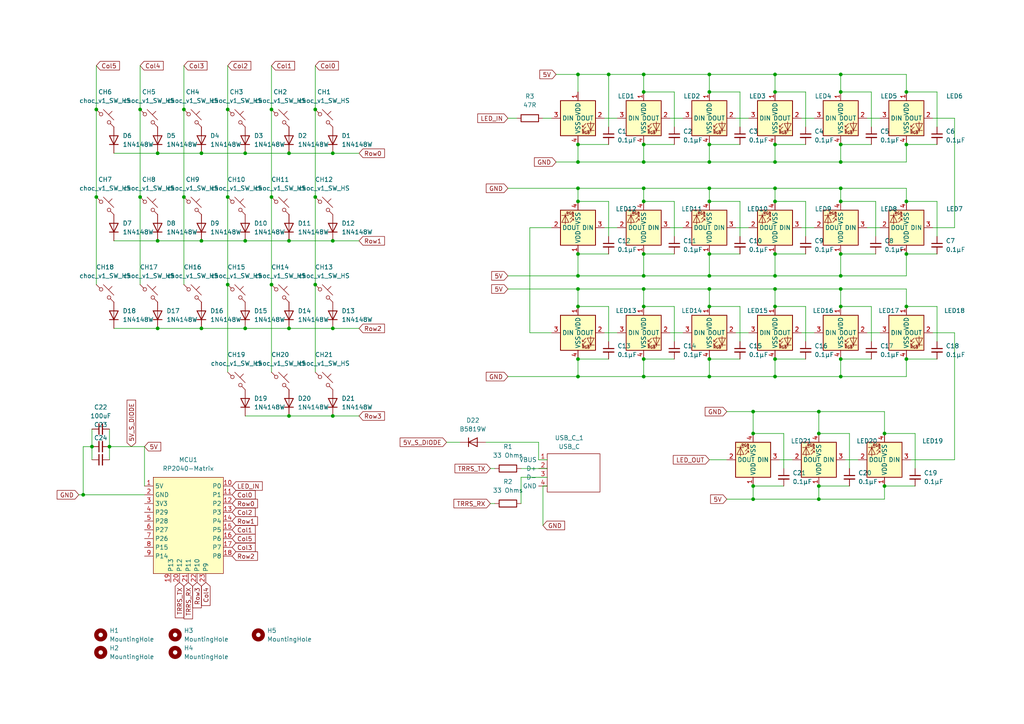
<source format=kicad_sch>
(kicad_sch (version 20250114) (generator "eeschema") (generator_version "9.0")
  (paper "A4")
  (junction (at 45.72 44.45))
  (junction (at 205.74 26.67))
  (junction (at 186.69 21.59))
  (junction (at 27.94 31.75))
  (junction (at 176.53 21.59))
  (junction (at 218.44 119.38))
  (junction (at 96.52 69.85))
  (junction (at 71.12 95.25))
  (junction (at 256.54 140.97))
  (junction (at 224.79 41.91))
  (junction (at 78.74 31.75))
  (junction (at 31.75 129.54))
  (junction (at 24.13 143.51))
  (junction (at 224.79 109.22))
  (junction (at 167.64 88.9))
  (junction (at 167.64 58.42))
  (junction (at 167.64 21.59))
  (junction (at 256.54 125.73))
  (junction (at 224.79 80.01))
  (junction (at 205.74 88.9))
  (junction (at 243.84 88.9))
  (junction (at 205.74 73.66))
  (junction (at 243.84 58.42))
  (junction (at 205.74 109.22))
  (junction (at 262.89 88.9))
  (junction (at 71.12 69.85))
  (junction (at 186.69 73.66))
  (junction (at 243.84 83.82))
  (junction (at 243.84 21.59))
  (junction (at 167.64 83.82))
  (junction (at 186.69 58.42))
  (junction (at 186.69 104.14))
  (junction (at 262.89 41.91))
  (junction (at 96.52 95.25))
  (junction (at 83.82 44.45))
  (junction (at 218.44 125.73))
  (junction (at 96.52 44.45))
  (junction (at 96.52 120.65))
  (junction (at 167.64 41.91))
  (junction (at 53.34 31.75))
  (junction (at 58.42 95.25))
  (junction (at 205.74 54.61))
  (junction (at 83.82 69.85))
  (junction (at 218.44 144.78))
  (junction (at 66.04 57.15))
  (junction (at 91.44 57.15))
  (junction (at 167.64 104.14))
  (junction (at 205.74 104.14))
  (junction (at 78.74 57.15))
  (junction (at 243.84 54.61))
  (junction (at 26.67 129.54))
  (junction (at 237.49 125.73))
  (junction (at 186.69 54.61))
  (junction (at 224.79 26.67))
  (junction (at 205.74 46.99))
  (junction (at 224.79 46.99))
  (junction (at 66.04 31.75))
  (junction (at 262.89 58.42))
  (junction (at 71.12 44.45))
  (junction (at 186.69 46.99))
  (junction (at 262.89 26.67))
  (junction (at 224.79 104.14))
  (junction (at 237.49 119.38))
  (junction (at 262.89 73.66))
  (junction (at 224.79 21.59))
  (junction (at 58.42 44.45))
  (junction (at 83.82 95.25))
  (junction (at 224.79 73.66))
  (junction (at 224.79 58.42))
  (junction (at 186.69 80.01))
  (junction (at 91.44 82.55))
  (junction (at 243.84 46.99))
  (junction (at 186.69 88.9))
  (junction (at 167.64 73.66))
  (junction (at 205.74 41.91))
  (junction (at 167.64 109.22))
  (junction (at 224.79 88.9))
  (junction (at 167.64 46.99))
  (junction (at 45.72 95.25))
  (junction (at 66.04 82.55))
  (junction (at 40.64 31.75))
  (junction (at 78.74 82.55))
  (junction (at 58.42 69.85))
  (junction (at 83.82 120.65))
  (junction (at 224.79 83.82))
  (junction (at 186.69 41.91))
  (junction (at 205.74 83.82))
  (junction (at 224.79 54.61))
  (junction (at 167.64 80.01))
  (junction (at 205.74 80.01))
  (junction (at 237.49 144.78))
  (junction (at 53.34 57.15))
  (junction (at 243.84 73.66))
  (junction (at 262.89 104.14))
  (junction (at 205.74 58.42))
  (junction (at 186.69 83.82))
  (junction (at 243.84 26.67))
  (junction (at 186.69 26.67))
  (junction (at 243.84 41.91))
  (junction (at 186.69 109.22))
  (junction (at 91.44 31.75))
  (junction (at 243.84 109.22))
  (junction (at 243.84 104.14))
  (junction (at 237.49 140.97))
  (junction (at 167.64 54.61))
  (junction (at 40.64 57.15))
  (junction (at 27.94 57.15))
  (junction (at 218.44 140.97))
  (junction (at 45.72 69.85))
  (junction (at 205.74 21.59))
  (junction (at 243.84 80.01))
  (wire (pts (xy 205.74 73.66) (xy 214.63 73.66)))
  (wire (pts (xy 41.91 140.97) (xy 41.91 129.54)))
  (wire (pts (xy 153.67 66.04) (xy 153.67 96.52)))
  (wire (pts (xy 243.84 104.14) (xy 243.84 109.22)))
  (wire (pts (xy 243.84 46.99) (xy 262.89 46.99)))
  (wire (pts (xy 167.64 58.42) (xy 176.53 58.42)))
  (wire (pts (xy 158.75 133.35) (xy 156.21 133.35)))
  (wire (pts (xy 243.84 73.66) (xy 254 73.66)))
  (wire (pts (xy 205.74 21.59) (xy 224.79 21.59)))
  (wire (pts (xy 224.79 88.9) (xy 233.68 88.9)))
  (wire (pts (xy 186.69 83.82) (xy 205.74 83.82)))
  (wire (pts (xy 71.12 95.25) (xy 83.82 95.25)))
  (wire (pts (xy 270.51 96.52) (xy 276.86 96.52)))
  (wire (pts (xy 167.64 109.22) (xy 186.69 109.22)))
  (wire (pts (xy 186.69 21.59) (xy 186.69 26.67)))
  (wire (pts (xy 53.34 19.05) (xy 53.34 31.75)))
  (wire (pts (xy 205.74 46.99) (xy 224.79 46.99)))
  (wire (pts (xy 175.26 34.29) (xy 179.07 34.29)))
  (wire (pts (xy 96.52 95.25) (xy 104.14 95.25)))
  (wire (pts (xy 265.43 125.73) (xy 265.43 135.89)))
  (wire (pts (xy 224.79 54.61) (xy 224.79 58.42)))
  (wire (pts (xy 262.89 104.14) (xy 262.89 109.22)))
  (wire (pts (xy 246.38 125.73) (xy 246.38 135.89)))
  (wire (pts (xy 78.74 19.05) (xy 78.74 31.75)))
  (wire (pts (xy 271.78 26.67) (xy 271.78 36.83)))
  (wire (pts (xy 205.74 26.67) (xy 214.63 26.67)))
  (wire (pts (xy 26.67 129.54) (xy 26.67 133.35)))
  (wire (pts (xy 218.44 144.78) (xy 237.49 144.78)))
  (wire (pts (xy 24.13 129.54) (xy 24.13 143.51)))
  (wire (pts (xy 243.84 26.67) (xy 252.73 26.67)))
  (wire (pts (xy 205.74 58.42) (xy 214.63 58.42)))
  (wire (pts (xy 66.04 31.75) (xy 66.04 57.15)))
  (wire (pts (xy 31.75 129.54) (xy 41.91 129.54)))
  (wire (pts (xy 27.94 19.05) (xy 27.94 31.75)))
  (wire (pts (xy 210.82 119.38) (xy 218.44 119.38)))
  (wire (pts (xy 237.49 140.97) (xy 237.49 144.78)))
  (wire (pts (xy 167.64 104.14) (xy 176.53 104.14)))
  (wire (pts (xy 40.64 57.15) (xy 40.64 82.55)))
  (wire (pts (xy 256.54 119.38) (xy 256.54 125.73)))
  (wire (pts (xy 33.02 69.85) (xy 45.72 69.85)))
  (wire (pts (xy 176.53 58.42) (xy 176.53 68.58)))
  (wire (pts (xy 205.74 41.91) (xy 214.63 41.91)))
  (wire (pts (xy 205.74 41.91) (xy 205.74 46.99)))
  (wire (pts (xy 224.79 58.42) (xy 233.68 58.42)))
  (wire (pts (xy 205.74 83.82) (xy 205.74 88.9)))
  (wire (pts (xy 214.63 58.42) (xy 214.63 68.58)))
  (wire (pts (xy 96.52 120.65) (xy 104.14 120.65)))
  (wire (pts (xy 53.34 31.75) (xy 53.34 57.15)))
  (wire (pts (xy 205.74 80.01) (xy 224.79 80.01)))
  (wire (pts (xy 147.32 80.01) (xy 167.64 80.01)))
  (wire (pts (xy 33.02 44.45) (xy 45.72 44.45)))
  (wire (pts (xy 167.64 54.61) (xy 186.69 54.61)))
  (wire (pts (xy 233.68 88.9) (xy 233.68 99.06)))
  (wire (pts (xy 157.48 152.4) (xy 157.48 140.97)))
  (wire (pts (xy 142.24 135.89) (xy 143.51 135.89)))
  (wire (pts (xy 175.26 66.04) (xy 179.07 66.04)))
  (wire (pts (xy 243.84 80.01) (xy 262.89 80.01)))
  (wire (pts (xy 147.32 83.82) (xy 167.64 83.82)))
  (wire (pts (xy 262.89 88.9) (xy 271.78 88.9)))
  (wire (pts (xy 218.44 140.97) (xy 227.33 140.97)))
  (wire (pts (xy 186.69 104.14) (xy 186.69 109.22)))
  (wire (pts (xy 53.34 57.15) (xy 53.34 82.55)))
  (wire (pts (xy 243.84 109.22) (xy 262.89 109.22)))
  (wire (pts (xy 167.64 21.59) (xy 176.53 21.59)))
  (wire (pts (xy 243.84 54.61) (xy 243.84 58.42)))
  (wire (pts (xy 264.16 133.35) (xy 276.86 133.35)))
  (wire (pts (xy 176.53 88.9) (xy 176.53 99.06)))
  (wire (pts (xy 237.49 119.38) (xy 256.54 119.38)))
  (wire (pts (xy 186.69 41.91) (xy 195.58 41.91)))
  (wire (pts (xy 243.84 83.82) (xy 262.89 83.82)))
  (wire (pts (xy 224.79 80.01) (xy 243.84 80.01)))
  (wire (pts (xy 186.69 46.99) (xy 205.74 46.99)))
  (wire (pts (xy 262.89 54.61) (xy 262.89 58.42)))
  (wire (pts (xy 227.33 125.73) (xy 227.33 135.89)))
  (wire (pts (xy 195.58 88.9) (xy 195.58 99.06)))
  (wire (pts (xy 224.79 21.59) (xy 243.84 21.59)))
  (wire (pts (xy 26.67 124.46) (xy 26.67 129.54)))
  (wire (pts (xy 24.13 143.51) (xy 41.91 143.51)))
  (wire (pts (xy 276.86 96.52) (xy 276.86 133.35)))
  (wire (pts (xy 45.72 95.25) (xy 58.42 95.25)))
  (wire (pts (xy 194.31 34.29) (xy 198.12 34.29)))
  (wire (pts (xy 205.74 88.9) (xy 214.63 88.9)))
  (wire (pts (xy 167.64 80.01) (xy 186.69 80.01)))
  (wire (pts (xy 71.12 44.45) (xy 83.82 44.45)))
  (wire (pts (xy 195.58 58.42) (xy 195.58 68.58)))
  (wire (pts (xy 262.89 41.91) (xy 262.89 46.99)))
  (wire (pts (xy 262.89 41.91) (xy 271.78 41.91)))
  (wire (pts (xy 262.89 104.14) (xy 271.78 104.14)))
  (wire (pts (xy 147.32 109.22) (xy 167.64 109.22)))
  (wire (pts (xy 271.78 58.42) (xy 271.78 68.58)))
  (wire (pts (xy 224.79 104.14) (xy 233.68 104.14)))
  (wire (pts (xy 153.67 96.52) (xy 160.02 96.52)))
  (wire (pts (xy 167.64 104.14) (xy 167.64 109.22)))
  (wire (pts (xy 156.21 133.35) (xy 156.21 128.27)))
  (wire (pts (xy 186.69 58.42) (xy 195.58 58.42)))
  (wire (pts (xy 233.68 26.67) (xy 233.68 36.83)))
  (wire (pts (xy 186.69 109.22) (xy 205.74 109.22)))
  (wire (pts (xy 176.53 21.59) (xy 186.69 21.59)))
  (wire (pts (xy 58.42 95.25) (xy 71.12 95.25)))
  (wire (pts (xy 276.86 34.29) (xy 276.86 66.04)))
  (wire (pts (xy 140.97 128.27) (xy 156.21 128.27)))
  (wire (pts (xy 167.64 73.66) (xy 167.64 80.01)))
  (wire (pts (xy 147.32 54.61) (xy 167.64 54.61)))
  (wire (pts (xy 205.74 54.61) (xy 224.79 54.61)))
  (wire (pts (xy 186.69 88.9) (xy 195.58 88.9)))
  (wire (pts (xy 224.79 73.66) (xy 224.79 80.01)))
  (wire (pts (xy 186.69 21.59) (xy 205.74 21.59)))
  (wire (pts (xy 233.68 58.42) (xy 233.68 68.58)))
  (wire (pts (xy 237.49 144.78) (xy 256.54 144.78)))
  (wire (pts (xy 186.69 104.14) (xy 195.58 104.14)))
  (wire (pts (xy 167.64 46.99) (xy 186.69 46.99)))
  (wire (pts (xy 147.32 34.29) (xy 149.86 34.29)))
  (wire (pts (xy 91.44 31.75) (xy 91.44 57.15)))
  (wire (pts (xy 243.84 73.66) (xy 243.84 80.01)))
  (wire (pts (xy 78.74 82.55) (xy 78.74 107.95)))
  (wire (pts (xy 129.54 128.27) (xy 133.35 128.27)))
  (wire (pts (xy 58.42 69.85) (xy 71.12 69.85)))
  (wire (pts (xy 251.46 66.04) (xy 255.27 66.04)))
  (wire (pts (xy 251.46 34.29) (xy 255.27 34.29)))
  (wire (pts (xy 224.79 109.22) (xy 243.84 109.22)))
  (wire (pts (xy 175.26 96.52) (xy 179.07 96.52)))
  (wire (pts (xy 252.73 26.67) (xy 252.73 36.83)))
  (wire (pts (xy 151.13 138.43) (xy 151.13 146.05)))
  (wire (pts (xy 186.69 80.01) (xy 205.74 80.01)))
  (wire (pts (xy 78.74 57.15) (xy 78.74 82.55)))
  (wire (pts (xy 167.64 41.91) (xy 167.64 46.99)))
  (wire (pts (xy 237.49 125.73) (xy 246.38 125.73)))
  (wire (pts (xy 91.44 19.05) (xy 91.44 31.75)))
  (wire (pts (xy 194.31 96.52) (xy 198.12 96.52)))
  (wire (pts (xy 214.63 88.9) (xy 214.63 99.06)))
  (wire (pts (xy 205.74 104.14) (xy 205.74 109.22)))
  (wire (pts (xy 224.79 104.14) (xy 224.79 109.22)))
  (wire (pts (xy 186.69 41.91) (xy 186.69 46.99)))
  (wire (pts (xy 213.36 96.52) (xy 217.17 96.52)))
  (wire (pts (xy 142.24 146.05) (xy 143.51 146.05)))
  (wire (pts (xy 224.79 83.82) (xy 224.79 88.9)))
  (wire (pts (xy 243.84 21.59) (xy 262.89 21.59)))
  (wire (pts (xy 83.82 69.85) (xy 96.52 69.85)))
  (wire (pts (xy 243.84 88.9) (xy 252.73 88.9)))
  (wire (pts (xy 40.64 31.75) (xy 40.64 57.15)))
  (wire (pts (xy 58.42 44.45) (xy 71.12 44.45)))
  (wire (pts (xy 195.58 26.67) (xy 195.58 36.83)))
  (wire (pts (xy 167.64 83.82) (xy 186.69 83.82)))
  (wire (pts (xy 167.64 83.82) (xy 167.64 88.9)))
  (wire (pts (xy 205.74 54.61) (xy 205.74 58.42)))
  (wire (pts (xy 151.13 135.89) (xy 158.75 135.89)))
  (wire (pts (xy 66.04 57.15) (xy 66.04 82.55)))
  (wire (pts (xy 91.44 82.55) (xy 91.44 107.95)))
  (wire (pts (xy 224.79 26.67) (xy 224.79 21.59)))
  (wire (pts (xy 224.79 41.91) (xy 224.79 46.99)))
  (wire (pts (xy 83.82 44.45) (xy 96.52 44.45)))
  (wire (pts (xy 262.89 26.67) (xy 271.78 26.67)))
  (wire (pts (xy 243.84 83.82) (xy 243.84 88.9)))
  (wire (pts (xy 224.79 83.82) (xy 243.84 83.82)))
  (wire (pts (xy 245.11 133.35) (xy 248.92 133.35)))
  (wire (pts (xy 45.72 44.45) (xy 58.42 44.45)))
  (wire (pts (xy 270.51 34.29) (xy 276.86 34.29)))
  (wire (pts (xy 194.31 66.04) (xy 198.12 66.04)))
  (wire (pts (xy 167.64 73.66) (xy 176.53 73.66)))
  (wire (pts (xy 71.12 120.65) (xy 83.82 120.65)))
  (wire (pts (xy 224.79 26.67) (xy 233.68 26.67)))
  (wire (pts (xy 205.74 21.59) (xy 205.74 26.67)))
  (wire (pts (xy 66.04 82.55) (xy 66.04 107.95)))
  (wire (pts (xy 26.67 129.54) (xy 24.13 129.54)))
  (wire (pts (xy 232.41 96.52) (xy 236.22 96.52)))
  (wire (pts (xy 262.89 21.59) (xy 262.89 26.67)))
  (wire (pts (xy 27.94 57.15) (xy 27.94 82.55)))
  (wire (pts (xy 157.48 140.97) (xy 158.75 140.97)))
  (wire (pts (xy 237.49 140.97) (xy 246.38 140.97)))
  (wire (pts (xy 210.82 144.78) (xy 218.44 144.78)))
  (wire (pts (xy 71.12 69.85) (xy 83.82 69.85)))
  (wire (pts (xy 256.54 140.97) (xy 265.43 140.97)))
  (wire (pts (xy 205.74 83.82) (xy 224.79 83.82)))
  (wire (pts (xy 205.74 109.22) (xy 224.79 109.22)))
  (wire (pts (xy 224.79 41.91) (xy 233.68 41.91)))
  (wire (pts (xy 254 58.42) (xy 254 68.58)))
  (wire (pts (xy 256.54 144.78) (xy 256.54 140.97)))
  (wire (pts (xy 78.74 31.75) (xy 78.74 57.15)))
  (wire (pts (xy 186.69 73.66) (xy 195.58 73.66)))
  (wire (pts (xy 218.44 119.38) (xy 218.44 125.73)))
  (wire (pts (xy 262.89 73.66) (xy 271.78 73.66)))
  (wire (pts (xy 205.74 73.66) (xy 205.74 80.01)))
  (wire (pts (xy 186.69 83.82) (xy 186.69 88.9)))
  (wire (pts (xy 243.84 41.91) (xy 252.73 41.91)))
  (wire (pts (xy 45.72 69.85) (xy 58.42 69.85)))
  (wire (pts (xy 96.52 44.45) (xy 104.14 44.45)))
  (wire (pts (xy 224.79 46.99) (xy 243.84 46.99)))
  (wire (pts (xy 161.29 46.99) (xy 167.64 46.99)))
  (wire (pts (xy 251.46 96.52) (xy 255.27 96.52)))
  (wire (pts (xy 243.84 104.14) (xy 252.73 104.14)))
  (wire (pts (xy 40.64 19.05) (xy 40.64 31.75)))
  (wire (pts (xy 262.89 83.82) (xy 262.89 88.9)))
  (wire (pts (xy 218.44 119.38) (xy 237.49 119.38)))
  (wire (pts (xy 31.75 124.46) (xy 31.75 129.54)))
  (wire (pts (xy 262.89 80.01) (xy 262.89 73.66)))
  (wire (pts (xy 158.75 138.43) (xy 151.13 138.43)))
  (wire (pts (xy 243.84 41.91) (xy 243.84 46.99)))
  (wire (pts (xy 176.53 21.59) (xy 176.53 36.83)))
  (wire (pts (xy 214.63 26.67) (xy 214.63 36.83)))
  (wire (pts (xy 243.84 58.42) (xy 254 58.42)))
  (wire (pts (xy 243.84 21.59) (xy 243.84 26.67)))
  (wire (pts (xy 205.74 133.35) (xy 210.82 133.35)))
  (wire (pts (xy 167.64 88.9) (xy 176.53 88.9)))
  (wire (pts (xy 31.75 129.54) (xy 31.75 133.35)))
  (wire (pts (xy 224.79 54.61) (xy 243.84 54.61)))
  (wire (pts (xy 186.69 73.66) (xy 186.69 80.01)))
  (wire (pts (xy 167.64 21.59) (xy 167.64 26.67)))
  (wire (pts (xy 271.78 88.9) (xy 271.78 99.06)))
  (wire (pts (xy 83.82 120.65) (xy 96.52 120.65)))
  (wire (pts (xy 83.82 95.25) (xy 96.52 95.25)))
  (wire (pts (xy 276.86 66.04) (xy 270.51 66.04)))
  (wire (pts (xy 218.44 140.97) (xy 218.44 144.78)))
  (wire (pts (xy 27.94 31.75) (xy 27.94 57.15)))
  (wire (pts (xy 161.29 21.59) (xy 167.64 21.59)))
  (wire (pts (xy 167.64 54.61) (xy 167.64 58.42)))
  (wire (pts (xy 213.36 34.29) (xy 217.17 34.29)))
  (wire (pts (xy 218.44 125.73) (xy 227.33 125.73)))
  (wire (pts (xy 213.36 66.04) (xy 217.17 66.04)))
  (wire (pts (xy 167.64 41.91) (xy 176.53 41.91)))
  (wire (pts (xy 96.52 69.85) (xy 104.14 69.85)))
  (wire (pts (xy 256.54 125.73) (xy 265.43 125.73)))
  (wire (pts (xy 262.89 58.42) (xy 271.78 58.42)))
  (wire (pts (xy 160.02 66.04) (xy 153.67 66.04)))
  (wire (pts (xy 226.06 133.35) (xy 229.87 133.35)))
  (wire (pts (xy 157.48 34.29) (xy 160.02 34.29)))
  (wire (pts (xy 224.79 73.66) (xy 233.68 73.66)))
  (wire (pts (xy 186.69 54.61) (xy 186.69 58.42)))
  (wire (pts (xy 243.84 54.61) (xy 262.89 54.61)))
  (wire (pts (xy 232.41 34.29) (xy 236.22 34.29)))
  (wire (pts (xy 66.04 19.05) (xy 66.04 31.75)))
  (wire (pts (xy 205.74 104.14) (xy 214.63 104.14)))
  (wire (pts (xy 237.49 119.38) (xy 237.49 125.73)))
  (wire (pts (xy 232.41 66.04) (xy 236.22 66.04)))
  (wire (pts (xy 91.44 57.15) (xy 91.44 82.55)))
  (wire (pts (xy 33.02 95.25) (xy 45.72 95.25)))
  (wire (pts (xy 252.73 88.9) (xy 252.73 99.06)))
  (wire (pts (xy 22.86 143.51) (xy 24.13 143.51)))
  (wire (pts (xy 186.69 26.67) (xy 195.58 26.67)))
  (wire (pts (xy 186.69 54.61) (xy 205.74 54.61)))
  (global_label "LED_IN" (shape input) (at 67.31 140.97 0) (property "Intersheetrefs" "${INTERSHEET_REFS}" (effects (hide yes))))
  (global_label "Col4" (shape input) (at 40.64 19.05 0) (property "Intersheetrefs" "${INTERSHEET_REFS}" (effects (hide yes))))
  (global_label "Col2" (shape input) (at 67.31 148.59 0) (property "Intersheetrefs" "${INTERSHEET_REFS}" (effects (hide yes))))
  (global_label "GND" (shape input) (at 210.82 119.38 180) (property "Intersheetrefs" "${INTERSHEET_REFS}" (effects (hide yes))))
  (global_label "TRRS_RX" (shape input) (at 54.61 168.91 270) (property "Intersheetrefs" "${INTERSHEET_REFS}" (effects (hide yes))))
  (global_label "Row2" (shape input) (at 104.14 95.25 0) (property "Intersheetrefs" "${INTERSHEET_REFS}" (effects (hide yes))))
  (global_label "GND" (shape input) (at 161.29 46.99 180) (property "Intersheetrefs" "${INTERSHEET_REFS}" (effects (hide yes))))
  (global_label "GND" (shape input) (at 157.48 152.4 0) (property "Intersheetrefs" "${INTERSHEET_REFS}" (effects (hide yes))))
  (global_label "TRRS_RX" (shape input) (at 142.24 146.05 180) (property "Intersheetrefs" "${INTERSHEET_REFS}" (effects (hide yes))))
  (global_label "Col5" (shape input) (at 27.94 19.05 0) (property "Intersheetrefs" "${INTERSHEET_REFS}" (effects (hide yes))))
  (global_label "Row2" (shape input) (at 67.31 161.29 0) (property "Intersheetrefs" "${INTERSHEET_REFS}" (effects (hide yes))))
  (global_label "Col1" (shape input) (at 78.74 19.05 0) (property "Intersheetrefs" "${INTERSHEET_REFS}" (effects (hide yes))))
  (global_label "Col1" (shape input) (at 67.31 153.67 0) (property "Intersheetrefs" "${INTERSHEET_REFS}" (effects (hide yes))))
  (global_label "Row0" (shape input) (at 67.31 146.05 0) (property "Intersheetrefs" "${INTERSHEET_REFS}" (effects (hide yes))))
  (global_label "Row3" (shape input) (at 104.14 120.65 0) (property "Intersheetrefs" "${INTERSHEET_REFS}" (effects (hide yes))))
  (global_label "GND" (shape input) (at 147.32 109.22 180) (property "Intersheetrefs" "${INTERSHEET_REFS}" (effects (hide yes))))
  (global_label "5V_S_DIODE" (shape input) (at 38.1 129.54 90) (property "Intersheetrefs" "${INTERSHEET_REFS}" (effects (hide yes))))
  (global_label "TRRS_TX" (shape input) (at 142.24 135.89 180) (property "Intersheetrefs" "${INTERSHEET_REFS}" (effects (hide yes))))
  (global_label "TRRS_TX" (shape input) (at 52.07 168.91 270) (property "Intersheetrefs" "${INTERSHEET_REFS}" (effects (hide yes))))
  (global_label "Col2" (shape input) (at 66.04 19.05 0) (property "Intersheetrefs" "${INTERSHEET_REFS}" (effects (hide yes))))
  (global_label "GND" (shape input) (at 22.86 143.51 180) (property "Intersheetrefs" "${INTERSHEET_REFS}" (effects (hide yes))))
  (global_label "5V" (shape input) (at 210.82 144.78 180) (property "Intersheetrefs" "${INTERSHEET_REFS}" (effects (hide yes))))
  (global_label "Col0" (shape input) (at 67.31 143.51 0) (property "Intersheetrefs" "${INTERSHEET_REFS}" (effects (hide yes))))
  (global_label "5V" (shape input) (at 147.32 83.82 180) (property "Intersheetrefs" "${INTERSHEET_REFS}" (effects (hide yes))))
  (global_label "Col3" (shape input) (at 67.31 158.75 0) (property "Intersheetrefs" "${INTERSHEET_REFS}" (effects (hide yes))))
  (global_label "5V_S_DIODE" (shape input) (at 129.54 128.27 180) (property "Intersheetrefs" "${INTERSHEET_REFS}" (effects (hide yes))))
  (global_label "GND" (shape input) (at 147.32 54.61 180) (property "Intersheetrefs" "${INTERSHEET_REFS}" (effects (hide yes))))
  (global_label "5V" (shape input) (at 41.91 129.54 0) (property "Intersheetrefs" "${INTERSHEET_REFS}" (effects (hide yes))))
  (global_label "Row3" (shape input) (at 57.15 168.91 270) (property "Intersheetrefs" "${INTERSHEET_REFS}" (effects (hide yes))))
  (global_label "Col4" (shape input) (at 59.69 168.91 270) (property "Intersheetrefs" "${INTERSHEET_REFS}" (effects (hide yes))))
  (global_label "LED_IN" (shape input) (at 147.32 34.29 180) (property "Intersheetrefs" "${INTERSHEET_REFS}" (effects (hide yes))))
  (global_label "Col3" (shape input) (at 53.34 19.05 0) (property "Intersheetrefs" "${INTERSHEET_REFS}" (effects (hide yes))))
  (global_label "5V" (shape input) (at 161.29 21.59 180) (property "Intersheetrefs" "${INTERSHEET_REFS}" (effects (hide yes))))
  (global_label "Col0" (shape input) (at 91.44 19.05 0) (property "Intersheetrefs" "${INTERSHEET_REFS}" (effects (hide yes))))
  (global_label "5V" (shape input) (at 147.32 80.01 180) (property "Intersheetrefs" "${INTERSHEET_REFS}" (effects (hide yes))))
  (global_label "Col5" (shape input) (at 67.31 156.21 0) (property "Intersheetrefs" "${INTERSHEET_REFS}" (effects (hide yes))))
  (global_label "LED_OUT" (shape input) (at 205.74 133.35 180) (property "Intersheetrefs" "${INTERSHEET_REFS}" (effects (hide yes))))
  (global_label "Row1" (shape input) (at 67.31 151.13 0) (property "Intersheetrefs" "${INTERSHEET_REFS}" (effects (hide yes))))
  (global_label "Row0" (shape input) (at 104.14 44.45 0) (property "Intersheetrefs" "${INTERSHEET_REFS}" (effects (hide yes))))
  (global_label "Row1" (shape input) (at 104.14 69.85 0) (property "Intersheetrefs" "${INTERSHEET_REFS}" (effects (hide yes))))
  (symbol (lib_id "Diode:1N4148W") (at 83.82 66.04 90) (unit 1)
    (property "Reference" "D11" (at 86.36 64.7699 90) (effects (justify right)))
    (property "Value" "1N4148W" (at 86.36 67.3099 90) (effects (justify right)))
    (property "Footprint" "Diode_SMD:D_SOD-123" (effects (hide yes)))
    (property "Datasheet" "https://www.vishay.com/docs/85748/1n4148w.pdf" (effects (hide yes)))
    (property "Description" "75V 0.15A Fast Switching Diode, SOD-123" (effects (hide yes)))
    (property "Sim.Device" "D" (effects (hide yes)))
    (property "Sim.Pins" "1=K 2=A" (effects (hide yes)))
  )
  (symbol (lib_id "PCM_marbastlib-choc:choc_v1_SW_HS_CPG135001S30") (at 81.28 34.29 0) (unit 1)
    (property "Reference" "CH2" (at 81.28 26.67 0))
    (property "Value" "choc_v1_SW_HS" (at 81.28 29.21 0))
    (property "Footprint" "PCM_marbastlib-choc:SW_choc_v1_HS_CPG135001S30_1u" (effects (hide yes)))
    (property "Description" "Push button switch, normally open, two pins, 45° tilted" (effects (hide yes)))
  )
  (symbol (lib_id "Mechanical:MountingHole") (at 74.93 184.15 0) (unit 1) (in_bom no)
    (property "Reference" "H5" (at 77.47 182.8799 0) (effects (justify left)))
    (property "Value" "MountingHole" (at 77.47 185.4199 0) (effects (justify left)))
    (property "Footprint" "MountingHole:MountingHole_2.2mm_M2" (effects (hide yes)))
    (property "Description" "Mounting Hole without connection" (effects (hide yes)))
  )
  (symbol (lib_id "PCM_marbastlib-choc:choc_v1_SW_HS_CPG135001S30") (at 81.28 85.09 0) (unit 1)
    (property "Reference" "CH14" (at 81.28 77.47 0))
    (property "Value" "choc_v1_SW_HS" (at 81.28 80.01 0))
    (property "Footprint" "PCM_marbastlib-choc:SW_choc_v1_HS_CPG135001S30_1u" (effects (hide yes)))
    (property "Description" "Push button switch, normally open, two pins, 45° tilted" (effects (hide yes)))
  )
  (symbol (lib_id "PCM_marbastlib-various:SK6812MINI-E") (at 167.64 34.29 0) (unit 1)
    (property "Reference" "LED1" (at 181.61 27.8698 0))
    (property "Value" "SK6812MINI-E" (effects (hide yes)))
    (property "Footprint" "PCM_marbastlib-various:LED_6028R" (effects (hide yes)))
    (property "Description" "Reverse mount adressable LED (WS2812 protocol)" (effects (hide yes)))
  )
  (symbol (lib_id "Diode:1N4148W") (at 96.52 66.04 90) (unit 1)
    (property "Reference" "D12" (at 99.06 64.7699 90) (effects (justify right)))
    (property "Value" "1N4148W" (at 99.06 67.3099 90) (effects (justify right)))
    (property "Footprint" "Diode_SMD:D_SOD-123" (effects (hide yes)))
    (property "Datasheet" "https://www.vishay.com/docs/85748/1n4148w.pdf" (effects (hide yes)))
    (property "Description" "75V 0.15A Fast Switching Diode, SOD-123" (effects (hide yes)))
    (property "Sim.Device" "D" (effects (hide yes)))
    (property "Sim.Pins" "1=K 2=A" (effects (hide yes)))
  )
  (symbol (lib_id "Device:C_Small") (at 252.73 39.37 0) (unit 1)
    (property "Reference" "C5" (at 255.27 38.1062 0) (effects (justify left)))
    (property "Value" "0.1µF" (at 255.27 40.6462 0) (effects (justify left)))
    (property "Footprint" "Capacitor_SMD:C_1206_3216Metric" (effects (hide yes)))
    (property "Description" "Unpolarized capacitor, small symbol" (effects (hide yes)))
  )
  (symbol (lib_id "Device:C_Small") (at 271.78 71.12 0) (unit 1)
    (property "Reference" "C7" (at 274.32 69.8562 0) (effects (justify left)))
    (property "Value" "0.1µF" (at 274.32 72.3962 0) (effects (justify left)))
    (property "Footprint" "Capacitor_SMD:C_1206_3216Metric" (effects (hide yes)))
    (property "Description" "Unpolarized capacitor, small symbol" (effects (hide yes)))
  )
  (symbol (lib_id "PCM_marbastlib-choc:choc_v1_SW_HS_CPG135001S30") (at 68.58 85.09 0) (unit 1)
    (property "Reference" "CH15" (at 68.58 77.47 0))
    (property "Value" "choc_v1_SW_HS" (at 68.58 80.01 0))
    (property "Footprint" "PCM_marbastlib-choc:SW_choc_v1_HS_CPG135001S30_1u" (effects (hide yes)))
    (property "Description" "Push button switch, normally open, two pins, 45° tilted" (effects (hide yes)))
  )
  (symbol (lib_id "PCM_marbastlib-promicroish:RP2040-Matrix") (at 54.61 154.94 0) (unit 1) (in_bom no)
    (property "Reference" "MCU1" (at 54.61 133.35 0))
    (property "Value" "RP2040-Matrix" (at 54.61 135.89 0))
    (property "Footprint" "PCM_marbastlib-xp-promicroish:RP2040-Matrix_ACH" (effects (hide yes)))
    (property "Datasheet" "https://www.waveshare.com/rp2040-matrix.htm" (effects (hide yes)))
    (property "Description" "Symbol for a Waveshare RP2040-Matrix" (effects (hide yes)))
  )
  (symbol (lib_id "PCM_marbastlib-choc:choc_v1_SW_HS_CPG135001S30") (at 68.58 110.49 0) (unit 1)
    (property "Reference" "CH19" (at 68.58 102.87 0))
    (property "Value" "choc_v1_SW_HS" (at 68.58 105.41 0))
    (property "Footprint" "PCM_marbastlib-choc:SW_choc_v1_HS_CPG135001S30_1u" (effects (hide yes)))
    (property "Description" "Push button switch, normally open, two pins, 45° tilted" (effects (hide yes)))
  )
  (symbol (lib_id "Device:C_Small") (at 233.68 71.12 0) (unit 1)
    (property "Reference" "C9" (at 236.22 69.8562 0) (effects (justify left)))
    (property "Value" "0.1µF" (at 236.22 72.3962 0) (effects (justify left)))
    (property "Footprint" "Capacitor_SMD:C_1206_3216Metric" (effects (hide yes)))
    (property "Description" "Unpolarized capacitor, small symbol" (effects (hide yes)))
  )
  (symbol (lib_id "PCM_marbastlib-choc:choc_v1_SW_HS_CPG135001S30") (at 30.48 59.69 0) (unit 1)
    (property "Reference" "CH7" (at 30.48 52.07 0))
    (property "Value" "choc_v1_SW_HS" (at 30.48 54.61 0))
    (property "Footprint" "PCM_marbastlib-choc:SW_choc_v1_HS_CPG135001S30_1u" (effects (hide yes)))
    (property "Description" "Push button switch, normally open, two pins, 45° tilted" (effects (hide yes)))
  )
  (symbol (lib_id "Device:C_Small") (at 29.21 129.54 90) (unit 1)
    (property "Reference" "C23" (at 29.2163 123.19 90))
    (property "Value" "100uF" (effects (hide yes)))
    (property "Footprint" "Capacitor_SMD:C_1210_3225Metric_Pad1.33x2.70mm_HandSolder" (effects (hide yes)))
    (property "Description" "Unpolarized capacitor, small symbol" (effects (hide yes)))
  )
  (symbol (lib_id "PCM_marbastlib-various:SK6812MINI-E") (at 218.44 133.35 180) (unit 1)
    (property "Reference" "LED21" (at 232.41 127.9046 0))
    (property "Value" "SK6812MINI-E" (effects (hide yes)))
    (property "Footprint" "PCM_marbastlib-various:LED_6028R" (effects (hide yes)))
    (property "Description" "Reverse mount adressable LED (WS2812 protocol)" (effects (hide yes)))
  )
  (symbol (lib_id "PCM_marbastlib-various:SK6812MINI-E") (at 262.89 66.04 180) (unit 1)
    (property "Reference" "LED7" (at 276.86 60.5946 0))
    (property "Value" "SK6812MINI-E" (effects (hide yes)))
    (property "Footprint" "PCM_marbastlib-various:LED_6028R" (effects (hide yes)))
    (property "Description" "Reverse mount adressable LED (WS2812 protocol)" (effects (hide yes)))
  )
  (symbol (lib_id "PCM_marbastlib-various:SK6812MINI-E") (at 243.84 66.04 180) (unit 1)
    (property "Reference" "LED8" (at 257.81 60.5946 0))
    (property "Value" "SK6812MINI-E" (effects (hide yes)))
    (property "Footprint" "PCM_marbastlib-various:LED_6028R" (effects (hide yes)))
    (property "Description" "Reverse mount adressable LED (WS2812 protocol)" (effects (hide yes)))
  )
  (symbol (lib_id "Device:C_Small") (at 214.63 71.12 0) (unit 1)
    (property "Reference" "C10" (at 217.17 69.8562 0) (effects (justify left)))
    (property "Value" "0.1µF" (at 217.17 72.3962 0) (effects (justify left)))
    (property "Footprint" "Capacitor_SMD:C_1206_3216Metric" (effects (hide yes)))
    (property "Description" "Unpolarized capacitor, small symbol" (effects (hide yes)))
  )
  (symbol (lib_id "PCM_marbastlib-various:SK6812MINI-E") (at 186.69 96.52 0) (unit 1)
    (property "Reference" "LED14" (at 200.66 90.0998 0))
    (property "Value" "SK6812MINI-E" (effects (hide yes)))
    (property "Footprint" "PCM_marbastlib-various:LED_6028R" (effects (hide yes)))
    (property "Description" "Reverse mount adressable LED (WS2812 protocol)" (effects (hide yes)))
  )
  (symbol (lib_id "Diode:1N4148W") (at 83.82 91.44 90) (unit 1)
    (property "Reference" "D14" (at 86.36 90.1699 90) (effects (justify right)))
    (property "Value" "1N4148W" (at 86.36 92.7099 90) (effects (justify right)))
    (property "Footprint" "Diode_SMD:D_SOD-123" (effects (hide yes)))
    (property "Datasheet" "https://www.vishay.com/docs/85748/1n4148w.pdf" (effects (hide yes)))
    (property "Description" "75V 0.15A Fast Switching Diode, SOD-123" (effects (hide yes)))
    (property "Sim.Device" "D" (effects (hide yes)))
    (property "Sim.Pins" "1=K 2=A" (effects (hide yes)))
  )
  (symbol (lib_id "PCM_marbastlib-various:SK6812MINI-E") (at 224.79 96.52 0) (unit 1)
    (property "Reference" "LED16" (at 238.76 90.0998 0))
    (property "Value" "SK6812MINI-E" (effects (hide yes)))
    (property "Footprint" "PCM_marbastlib-various:LED_6028R" (effects (hide yes)))
    (property "Description" "Reverse mount adressable LED (WS2812 protocol)" (effects (hide yes)))
  )
  (symbol (lib_id "Diode:1N4148W") (at 83.82 116.84 90) (unit 1)
    (property "Reference" "D20" (at 86.36 115.5699 90) (effects (justify right)))
    (property "Value" "1N4148W" (at 86.36 118.1099 90) (effects (justify right)))
    (property "Footprint" "Diode_SMD:D_SOD-123" (effects (hide yes)))
    (property "Datasheet" "https://www.vishay.com/docs/85748/1n4148w.pdf" (effects (hide yes)))
    (property "Description" "75V 0.15A Fast Switching Diode, SOD-123" (effects (hide yes)))
    (property "Sim.Device" "D" (effects (hide yes)))
    (property "Sim.Pins" "1=K 2=A" (effects (hide yes)))
  )
  (symbol (lib_id "Device:R") (at 153.67 34.29 90) (unit 1)
    (property "Reference" "R3" (at 153.67 27.94 90))
    (property "Value" "47R" (at 153.67 30.48 90))
    (property "Footprint" "Resistor_SMD:R_1206_3216Metric_Pad1.30x1.75mm_HandSolder" (effects (hide yes)))
    (property "Description" "Resistor" (effects (hide yes)))
  )
  (symbol (lib_id "PCM_marbastlib-various:SK6812MINI-E") (at 243.84 96.52 0) (unit 1)
    (property "Reference" "LED17" (at 257.81 90.0998 0))
    (property "Value" "SK6812MINI-E" (effects (hide yes)))
    (property "Footprint" "PCM_marbastlib-various:LED_6028R" (effects (hide yes)))
    (property "Description" "Reverse mount adressable LED (WS2812 protocol)" (effects (hide yes)))
  )
  (symbol (lib_id "Diode:1N4148W") (at 96.52 91.44 90) (unit 1)
    (property "Reference" "D13" (at 99.06 90.1699 90) (effects (justify right)))
    (property "Value" "1N4148W" (at 99.06 92.7099 90) (effects (justify right)))
    (property "Footprint" "Diode_SMD:D_SOD-123" (effects (hide yes)))
    (property "Datasheet" "https://www.vishay.com/docs/85748/1n4148w.pdf" (effects (hide yes)))
    (property "Description" "75V 0.15A Fast Switching Diode, SOD-123" (effects (hide yes)))
    (property "Sim.Device" "D" (effects (hide yes)))
    (property "Sim.Pins" "1=K 2=A" (effects (hide yes)))
  )
  (symbol (lib_id "PCM_marbastlib-various:SK6812MINI-E") (at 243.84 34.29 0) (unit 1)
    (property "Reference" "LED5" (at 257.81 27.8698 0))
    (property "Value" "SK6812MINI-E" (effects (hide yes)))
    (property "Footprint" "PCM_marbastlib-various:LED_6028R" (effects (hide yes)))
    (property "Description" "Reverse mount adressable LED (WS2812 protocol)" (effects (hide yes)))
  )
  (symbol (lib_id "Device:C_Small") (at 252.73 101.6 0) (unit 1)
    (property "Reference" "C17" (at 255.27 100.3362 0) (effects (justify left)))
    (property "Value" "0.1µF" (at 255.27 102.8762 0) (effects (justify left)))
    (property "Footprint" "Capacitor_SMD:C_1206_3216Metric" (effects (hide yes)))
    (property "Description" "Unpolarized capacitor, small symbol" (effects (hide yes)))
  )
  (symbol (lib_id "Diode:1N4148W") (at 33.02 91.44 90) (unit 1)
    (property "Reference" "D18" (at 35.56 90.1699 90) (effects (justify right)))
    (property "Value" "1N4148W" (at 35.56 92.7099 90) (effects (justify right)))
    (property "Footprint" "Diode_SMD:D_SOD-123" (effects (hide yes)))
    (property "Datasheet" "https://www.vishay.com/docs/85748/1n4148w.pdf" (effects (hide yes)))
    (property "Description" "75V 0.15A Fast Switching Diode, SOD-123" (effects (hide yes)))
    (property "Sim.Device" "D" (effects (hide yes)))
    (property "Sim.Pins" "1=K 2=A" (effects (hide yes)))
  )
  (symbol (lib_id "type_c_breakout:USB_C") (at 166.37 137.16 0) (unit 1)
    (property "Reference" "USB_C_1" (at 165.1198 127 0))
    (property "Value" "USB_C" (at 165.1198 129.54 0))
    (property "Footprint" "ucb_c_breakout:usb_c" (effects (hide yes)))
  )
  (symbol (lib_id "Diode:1N4148W") (at 58.42 91.44 90) (unit 1)
    (property "Reference" "D16" (at 60.96 90.1699 90) (effects (justify right)))
    (property "Value" "1N4148W" (at 60.96 92.7099 90) (effects (justify right)))
    (property "Footprint" "Diode_SMD:D_SOD-123" (effects (hide yes)))
    (property "Datasheet" "https://www.vishay.com/docs/85748/1n4148w.pdf" (effects (hide yes)))
    (property "Description" "75V 0.15A Fast Switching Diode, SOD-123" (effects (hide yes)))
    (property "Sim.Device" "D" (effects (hide yes)))
    (property "Sim.Pins" "1=K 2=A" (effects (hide yes)))
  )
  (symbol (lib_id "Device:C_Small") (at 271.78 101.6 0) (unit 1)
    (property "Reference" "C18" (at 274.32 100.3362 0) (effects (justify left)))
    (property "Value" "0.1µF" (at 274.32 102.8762 0) (effects (justify left)))
    (property "Footprint" "Capacitor_SMD:C_1206_3216Metric" (effects (hide yes)))
    (property "Description" "Unpolarized capacitor, small symbol" (effects (hide yes)))
  )
  (symbol (lib_id "Device:C_Small") (at 214.63 39.37 0) (unit 1)
    (property "Reference" "C3" (at 217.17 38.1062 0) (effects (justify left)))
    (property "Value" "0.1µF" (at 217.17 40.6462 0) (effects (justify left)))
    (property "Footprint" "Capacitor_SMD:C_1206_3216Metric" (effects (hide yes)))
    (property "Description" "Unpolarized capacitor, small symbol" (effects (hide yes)))
  )
  (symbol (lib_id "PCM_marbastlib-choc:choc_v1_SW_HS_CPG135001S30") (at 43.18 34.29 0) (unit 1)
    (property "Reference" "CH5" (at 43.18 26.67 0))
    (property "Value" "choc_v1_SW_HS" (at 43.18 29.21 0))
    (property "Footprint" "PCM_marbastlib-choc:SW_choc_v1_HS_CPG135001S30_1u" (effects (hide yes)))
    (property "Description" "Push button switch, normally open, two pins, 45° tilted" (effects (hide yes)))
  )
  (symbol (lib_id "Diode:1N4148W") (at 45.72 40.64 90) (unit 1)
    (property "Reference" "D5" (at 48.26 39.3699 90) (effects (justify right)))
    (property "Value" "1N4148W" (at 48.26 41.9099 90) (effects (justify right)))
    (property "Footprint" "Diode_SMD:D_SOD-123" (effects (hide yes)))
    (property "Datasheet" "https://www.vishay.com/docs/85748/1n4148w.pdf" (effects (hide yes)))
    (property "Description" "75V 0.15A Fast Switching Diode, SOD-123" (effects (hide yes)))
    (property "Sim.Device" "D" (effects (hide yes)))
    (property "Sim.Pins" "1=K 2=A" (effects (hide yes)))
  )
  (symbol (lib_id "PCM_marbastlib-various:SK6812MINI-E") (at 205.74 66.04 180) (unit 1)
    (property "Reference" "LED10" (at 219.71 60.5946 0))
    (property "Value" "SK6812MINI-E" (effects (hide yes)))
    (property "Footprint" "PCM_marbastlib-various:LED_6028R" (effects (hide yes)))
    (property "Description" "Reverse mount adressable LED (WS2812 protocol)" (effects (hide yes)))
  )
  (symbol (lib_id "PCM_marbastlib-various:SK6812MINI-E") (at 262.89 34.29 0) (unit 1)
    (property "Reference" "LED6" (at 276.86 27.8698 0))
    (property "Value" "SK6812MINI-E" (effects (hide yes)))
    (property "Footprint" "PCM_marbastlib-various:LED_6028R" (effects (hide yes)))
    (property "Description" "Reverse mount adressable LED (WS2812 protocol)" (effects (hide yes)))
  )
  (symbol (lib_id "Device:C_Small") (at 176.53 39.37 0) (unit 1)
    (property "Reference" "C1" (at 179.07 38.1062 0) (effects (justify left)))
    (property "Value" "0.1µF" (at 179.07 40.6462 0) (effects (justify left)))
    (property "Footprint" "Capacitor_SMD:C_1206_3216Metric" (effects (hide yes)))
    (property "Description" "Unpolarized capacitor, small symbol" (effects (hide yes)))
  )
  (symbol (lib_id "PCM_marbastlib-various:SK6812MINI-E") (at 167.64 96.52 0) (unit 1)
    (property "Reference" "LED13" (at 181.61 90.0998 0))
    (property "Value" "SK6812MINI-E" (effects (hide yes)))
    (property "Footprint" "PCM_marbastlib-various:LED_6028R" (effects (hide yes)))
    (property "Description" "Reverse mount adressable LED (WS2812 protocol)" (effects (hide yes)))
  )
  (symbol (lib_id "Diode:1N4148W") (at 71.12 66.04 90) (unit 1)
    (property "Reference" "D10" (at 73.66 64.7699 90) (effects (justify right)))
    (property "Value" "1N4148W" (at 73.66 67.3099 90) (effects (justify right)))
    (property "Footprint" "Diode_SMD:D_SOD-123" (effects (hide yes)))
    (property "Datasheet" "https://www.vishay.com/docs/85748/1n4148w.pdf" (effects (hide yes)))
    (property "Description" "75V 0.15A Fast Switching Diode, SOD-123" (effects (hide yes)))
    (property "Sim.Device" "D" (effects (hide yes)))
    (property "Sim.Pins" "1=K 2=A" (effects (hide yes)))
  )
  (symbol (lib_id "PCM_marbastlib-various:SK6812MINI-E") (at 237.49 133.35 180) (unit 1)
    (property "Reference" "LED20" (at 251.46 127.9046 0))
    (property "Value" "SK6812MINI-E" (effects (hide yes)))
    (property "Footprint" "PCM_marbastlib-various:LED_6028R" (effects (hide yes)))
    (property "Description" "Reverse mount adressable LED (WS2812 protocol)" (effects (hide yes)))
  )
  (symbol (lib_id "Mechanical:MountingHole") (at 29.21 189.23 0) (unit 1) (in_bom no)
    (property "Reference" "H2" (at 31.75 187.9599 0) (effects (justify left)))
    (property "Value" "MountingHole" (at 31.75 190.4999 0) (effects (justify left)))
    (property "Footprint" "MountingHole:MountingHole_2.2mm_M2" (effects (hide yes)))
    (property "Description" "Mounting Hole without connection" (effects (hide yes)))
  )
  (symbol (lib_id "Device:C_Small") (at 233.68 101.6 0) (unit 1)
    (property "Reference" "C16" (at 236.22 100.3362 0) (effects (justify left)))
    (property "Value" "0.1µF" (at 236.22 102.8762 0) (effects (justify left)))
    (property "Footprint" "Capacitor_SMD:C_1206_3216Metric" (effects (hide yes)))
    (property "Description" "Unpolarized capacitor, small symbol" (effects (hide yes)))
  )
  (symbol (lib_id "Diode:1N4148W") (at 71.12 91.44 90) (unit 1)
    (property "Reference" "D15" (at 73.66 90.1699 90) (effects (justify right)))
    (property "Value" "1N4148W" (at 73.66 92.7099 90) (effects (justify right)))
    (property "Footprint" "Diode_SMD:D_SOD-123" (effects (hide yes)))
    (property "Datasheet" "https://www.vishay.com/docs/85748/1n4148w.pdf" (effects (hide yes)))
    (property "Description" "75V 0.15A Fast Switching Diode, SOD-123" (effects (hide yes)))
    (property "Sim.Device" "D" (effects (hide yes)))
    (property "Sim.Pins" "1=K 2=A" (effects (hide yes)))
  )
  (symbol (lib_id "PCM_marbastlib-choc:choc_v1_SW_HS_CPG135001S30") (at 55.88 59.69 0) (unit 1)
    (property "Reference" "CH9" (at 55.88 52.07 0))
    (property "Value" "choc_v1_SW_HS" (at 55.88 54.61 0))
    (property "Footprint" "PCM_marbastlib-choc:SW_choc_v1_HS_CPG135001S30_1u" (effects (hide yes)))
    (property "Description" "Push button switch, normally open, two pins, 45° tilted" (effects (hide yes)))
  )
  (symbol (lib_id "Diode:1N4148W") (at 71.12 40.64 90) (unit 1)
    (property "Reference" "D3" (at 73.66 39.3699 90) (effects (justify right)))
    (property "Value" "1N4148W" (at 73.66 41.9099 90) (effects (justify right)))
    (property "Footprint" "Diode_SMD:D_SOD-123" (effects (hide yes)))
    (property "Datasheet" "https://www.vishay.com/docs/85748/1n4148w.pdf" (effects (hide yes)))
    (property "Description" "75V 0.15A Fast Switching Diode, SOD-123" (effects (hide yes)))
    (property "Sim.Device" "D" (effects (hide yes)))
    (property "Sim.Pins" "1=K 2=A" (effects (hide yes)))
  )
  (symbol (lib_id "Device:C_Small") (at 227.33 138.43 0) (unit 1)
    (property "Reference" "C21" (at 229.87 137.1662 0) (effects (justify left)))
    (property "Value" "0.1µF" (at 229.87 139.7062 0) (effects (justify left)))
    (property "Footprint" "Capacitor_SMD:C_1206_3216Metric" (effects (hide yes)))
    (property "Description" "Unpolarized capacitor, small symbol" (effects (hide yes)))
  )
  (symbol (lib_id "PCM_marbastlib-choc:choc_v1_SW_HS_CPG135001S30") (at 30.48 85.09 0) (unit 1)
    (property "Reference" "CH18" (at 30.48 77.47 0))
    (property "Value" "choc_v1_SW_HS" (at 30.48 80.01 0))
    (property "Footprint" "PCM_marbastlib-choc:SW_choc_v1_HS_CPG135001S30_1u" (effects (hide yes)))
    (property "Description" "Push button switch, normally open, two pins, 45° tilted" (effects (hide yes)))
  )
  (symbol (lib_id "Diode:1N4148W") (at 45.72 66.04 90) (unit 1)
    (property "Reference" "D8" (at 48.26 64.7699 90) (effects (justify right)))
    (property "Value" "1N4148W" (at 48.26 67.3099 90) (effects (justify right)))
    (property "Footprint" "Diode_SMD:D_SOD-123" (effects (hide yes)))
    (property "Datasheet" "https://www.vishay.com/docs/85748/1n4148w.pdf" (effects (hide yes)))
    (property "Description" "75V 0.15A Fast Switching Diode, SOD-123" (effects (hide yes)))
    (property "Sim.Device" "D" (effects (hide yes)))
    (property "Sim.Pins" "1=K 2=A" (effects (hide yes)))
  )
  (symbol (lib_id "Device:C_Small") (at 214.63 101.6 0) (unit 1)
    (property "Reference" "C15" (at 217.17 100.3362 0) (effects (justify left)))
    (property "Value" "0.1µF" (at 217.17 102.8762 0) (effects (justify left)))
    (property "Footprint" "Capacitor_SMD:C_1206_3216Metric" (effects (hide yes)))
    (property "Description" "Unpolarized capacitor, small symbol" (effects (hide yes)))
  )
  (symbol (lib_id "PCM_marbastlib-choc:choc_v1_SW_HS_CPG135001S30") (at 93.98 110.49 0) (unit 1)
    (property "Reference" "CH21" (at 93.98 102.87 0))
    (property "Value" "choc_v1_SW_HS" (at 93.98 105.41 0))
    (property "Footprint" "PCM_marbastlib-choc:SW_choc_v1_HS_CPG135001S30_1.5u" (effects (hide yes)))
    (property "Description" "Push button switch, normally open, two pins, 45° tilted" (effects (hide yes)))
  )
  (symbol (lib_id "Diode:1N4148W") (at 96.52 40.64 90) (unit 1)
    (property "Reference" "D1" (at 99.06 39.3699 90) (effects (justify right)))
    (property "Value" "1N4148W" (at 99.06 41.9099 90) (effects (justify right)))
    (property "Footprint" "Diode_SMD:D_SOD-123" (effects (hide yes)))
    (property "Datasheet" "https://www.vishay.com/docs/85748/1n4148w.pdf" (effects (hide yes)))
    (property "Description" "75V 0.15A Fast Switching Diode, SOD-123" (effects (hide yes)))
    (property "Sim.Device" "D" (effects (hide yes)))
    (property "Sim.Pins" "1=K 2=A" (effects (hide yes)))
  )
  (symbol (lib_id "Device:C_Small") (at 195.58 39.37 0) (unit 1)
    (property "Reference" "C2" (at 198.12 38.1062 0) (effects (justify left)))
    (property "Value" "0.1µF" (at 198.12 40.6462 0) (effects (justify left)))
    (property "Footprint" "Capacitor_SMD:C_1206_3216Metric" (effects (hide yes)))
    (property "Description" "Unpolarized capacitor, small symbol" (effects (hide yes)))
  )
  (symbol (lib_id "PCM_marbastlib-choc:choc_v1_SW_HS_CPG135001S30") (at 43.18 85.09 0) (unit 1)
    (property "Reference" "CH17" (at 43.18 77.47 0))
    (property "Value" "choc_v1_SW_HS" (at 43.18 80.01 0))
    (property "Footprint" "PCM_marbastlib-choc:SW_choc_v1_HS_CPG135001S30_1u" (effects (hide yes)))
    (property "Description" "Push button switch, normally open, two pins, 45° tilted" (effects (hide yes)))
  )
  (symbol (lib_id "PCM_marbastlib-various:SK6812MINI-E") (at 186.69 66.04 180) (unit 1)
    (property "Reference" "LED11" (at 200.66 60.5946 0))
    (property "Value" "SK6812MINI-E" (effects (hide yes)))
    (property "Footprint" "PCM_marbastlib-various:LED_6028R" (effects (hide yes)))
    (property "Description" "Reverse mount adressable LED (WS2812 protocol)" (effects (hide yes)))
  )
  (symbol (lib_id "Diode:1N4148W") (at 137.16 128.27 0) (unit 1)
    (property "Reference" "D22" (at 137.16 121.92 0))
    (property "Value" "B5819W" (at 137.16 124.46 0))
    (property "Footprint" "Diode_SMD:D_SOD-123" (effects (hide yes)))
    (property "Datasheet" "https://www.vishay.com/docs/85748/1n4148w.pdf" (effects (hide yes)))
    (property "Description" "75V 0.15A Fast Switching Diode, SOD-123" (effects (hide yes)))
    (property "Sim.Device" "D" (effects (hide yes)))
    (property "Sim.Pins" "1=K 2=A" (effects (hide yes)))
  )
  (symbol (lib_id "PCM_marbastlib-various:SK6812MINI-E") (at 186.69 34.29 0) (unit 1)
    (property "Reference" "LED2" (at 200.66 27.8698 0))
    (property "Value" "SK6812MINI-E" (effects (hide yes)))
    (property "Footprint" "PCM_marbastlib-various:LED_6028R" (effects (hide yes)))
    (property "Description" "Reverse mount adressable LED (WS2812 protocol)" (effects (hide yes)))
  )
  (symbol (lib_id "PCM_marbastlib-choc:choc_v1_SW_HS_CPG135001S30") (at 68.58 59.69 0) (unit 1)
    (property "Reference" "CH10" (at 68.58 52.07 0))
    (property "Value" "choc_v1_SW_HS" (at 68.58 54.61 0))
    (property "Footprint" "PCM_marbastlib-choc:SW_choc_v1_HS_CPG135001S30_1u" (effects (hide yes)))
    (property "Description" "Push button switch, normally open, two pins, 45° tilted" (effects (hide yes)))
  )
  (symbol (lib_id "PCM_marbastlib-various:SK6812MINI-E") (at 167.64 66.04 180) (unit 1)
    (property "Reference" "LED12" (at 181.61 60.5946 0))
    (property "Value" "SK6812MINI-E" (effects (hide yes)))
    (property "Footprint" "PCM_marbastlib-various:LED_6028R" (effects (hide yes)))
    (property "Description" "Reverse mount adressable LED (WS2812 protocol)" (effects (hide yes)))
  )
  (symbol (lib_id "Device:C_Small") (at 195.58 101.6 0) (unit 1)
    (property "Reference" "C14" (at 198.12 100.3362 0) (effects (justify left)))
    (property "Value" "0.1µF" (at 198.12 102.8762 0) (effects (justify left)))
    (property "Footprint" "Capacitor_SMD:C_1206_3216Metric" (effects (hide yes)))
    (property "Description" "Unpolarized capacitor, small symbol" (effects (hide yes)))
  )
  (symbol (lib_id "PCM_marbastlib-choc:choc_v1_SW_HS_CPG135001S30") (at 81.28 110.49 0) (unit 1)
    (property "Reference" "CH20" (at 81.28 102.87 0))
    (property "Value" "choc_v1_SW_HS" (at 81.28 105.41 0))
    (property "Footprint" "PCM_marbastlib-choc:SW_choc_v1_HS_CPG135001S30_1u" (effects (hide yes)))
    (property "Description" "Push button switch, normally open, two pins, 45° tilted" (effects (hide yes)))
  )
  (symbol (lib_id "PCM_marbastlib-choc:choc_v1_SW_HS_CPG135001S30") (at 55.88 85.09 0) (unit 1)
    (property "Reference" "CH16" (at 55.88 77.47 0))
    (property "Value" "choc_v1_SW_HS" (at 55.88 80.01 0))
    (property "Footprint" "PCM_marbastlib-choc:SW_choc_v1_HS_CPG135001S30_1u" (effects (hide yes)))
    (property "Description" "Push button switch, normally open, two pins, 45° tilted" (effects (hide yes)))
  )
  (symbol (lib_id "Device:C_Small") (at 233.68 39.37 0) (unit 1)
    (property "Reference" "C4" (at 236.22 38.1062 0) (effects (justify left)))
    (property "Value" "0.1µF" (at 236.22 40.6462 0) (effects (justify left)))
    (property "Footprint" "Capacitor_SMD:C_1206_3216Metric" (effects (hide yes)))
    (property "Description" "Unpolarized capacitor, small symbol" (effects (hide yes)))
  )
  (symbol (lib_id "PCM_marbastlib-choc:choc_v1_SW_HS_CPG135001S30") (at 93.98 34.29 0) (unit 1)
    (property "Reference" "CH1" (at 93.98 26.67 0))
    (property "Value" "choc_v1_SW_HS" (at 93.98 29.21 0))
    (property "Footprint" "PCM_marbastlib-choc:SW_choc_v1_HS_CPG135001S30_1u" (effects (hide yes)))
    (property "Description" "Push button switch, normally open, two pins, 45° tilted" (effects (hide yes)))
  )
  (symbol (lib_id "PCM_marbastlib-choc:choc_v1_SW_HS_CPG135001S30") (at 81.28 59.69 0) (unit 1)
    (property "Reference" "CH11" (at 81.28 52.07 0))
    (property "Value" "choc_v1_SW_HS" (at 81.28 54.61 0))
    (property "Footprint" "PCM_marbastlib-choc:SW_choc_v1_HS_CPG135001S30_1u" (effects (hide yes)))
    (property "Description" "Push button switch, normally open, two pins, 45° tilted" (effects (hide yes)))
  )
  (symbol (lib_id "PCM_marbastlib-choc:choc_v1_SW_HS_CPG135001S30") (at 30.48 34.29 0) (unit 1)
    (property "Reference" "CH6" (at 30.48 26.67 0))
    (property "Value" "choc_v1_SW_HS" (at 30.48 29.21 0))
    (property "Footprint" "PCM_marbastlib-choc:SW_choc_v1_HS_CPG135001S30_1u" (effects (hide yes)))
    (property "Description" "Push button switch, normally open, two pins, 45° tilted" (effects (hide yes)))
  )
  (symbol (lib_id "PCM_marbastlib-various:SK6812MINI-E") (at 262.89 96.52 0) (unit 1)
    (property "Reference" "LED18" (at 276.86 90.0998 0))
    (property "Value" "SK6812MINI-E" (effects (hide yes)))
    (property "Footprint" "PCM_marbastlib-various:LED_6028R" (effects (hide yes)))
    (property "Description" "Reverse mount adressable LED (WS2812 protocol)" (effects (hide yes)))
  )
  (symbol (lib_id "PCM_marbastlib-various:SK6812MINI-E") (at 205.74 96.52 0) (unit 1)
    (property "Reference" "LED15" (at 219.71 90.0998 0))
    (property "Value" "SK6812MINI-E" (effects (hide yes)))
    (property "Footprint" "PCM_marbastlib-various:LED_6028R" (effects (hide yes)))
    (property "Description" "Reverse mount adressable LED (WS2812 protocol)" (effects (hide yes)))
  )
  (symbol (lib_id "PCM_marbastlib-various:SK6812MINI-E") (at 224.79 66.04 180) (unit 1)
    (property "Reference" "LED9" (at 238.76 60.5946 0))
    (property "Value" "SK6812MINI-E" (effects (hide yes)))
    (property "Footprint" "PCM_marbastlib-various:LED_6028R" (effects (hide yes)))
    (property "Description" "Reverse mount adressable LED (WS2812 protocol)" (effects (hide yes)))
  )
  (symbol (lib_id "PCM_marbastlib-various:SK6812MINI-E") (at 224.79 34.29 0) (unit 1)
    (property "Reference" "LED4" (at 238.76 27.8698 0))
    (property "Value" "SK6812MINI-E" (effects (hide yes)))
    (property "Footprint" "PCM_marbastlib-various:LED_6028R" (effects (hide yes)))
    (property "Description" "Reverse mount adressable LED (WS2812 protocol)" (effects (hide yes)))
  )
  (symbol (lib_id "Device:C_Small") (at 271.78 39.37 0) (unit 1)
    (property "Reference" "C6" (at 274.32 38.1062 0) (effects (justify left)))
    (property "Value" "0.1µF" (at 274.32 40.6462 0) (effects (justify left)))
    (property "Footprint" "Capacitor_SMD:C_1206_3216Metric" (effects (hide yes)))
    (property "Description" "Unpolarized capacitor, small symbol" (effects (hide yes)))
  )
  (symbol (lib_id "Mechanical:MountingHole") (at 29.21 184.15 0) (unit 1) (in_bom no)
    (property "Reference" "H1" (at 31.75 182.8799 0) (effects (justify left)))
    (property "Value" "MountingHole" (at 31.75 185.4199 0) (effects (justify left)))
    (property "Footprint" "MountingHole:MountingHole_2.2mm_M2" (effects (hide yes)))
    (property "Description" "Mounting Hole without connection" (effects (hide yes)))
  )
  (symbol (lib_id "ScottoKeebs:Placeholder_Resistor") (at 147.32 135.89 0) (unit 1)
    (property "Reference" "R1" (at 147.32 129.54 0))
    (property "Value" "33 Ohms" (at 147.32 132.08 0))
    (property "Footprint" "Resistor_SMD:R_1206_3216Metric_Pad1.30x1.75mm_HandSolder" (effects (hide yes)))
    (property "Description" "Resistor" (effects (hide yes)))
  )
  (symbol (lib_id "PCM_marbastlib-choc:choc_v1_SW_HS_CPG135001S30") (at 43.18 59.69 0) (unit 1)
    (property "Reference" "CH8" (at 43.18 52.07 0))
    (property "Value" "choc_v1_SW_HS" (at 43.18 54.61 0))
    (property "Footprint" "PCM_marbastlib-choc:SW_choc_v1_HS_CPG135001S30_1u" (effects (hide yes)))
    (property "Description" "Push button switch, normally open, two pins, 45° tilted" (effects (hide yes)))
  )
  (symbol (lib_id "Device:C_Small") (at 176.53 71.12 0) (unit 1)
    (property "Reference" "C12" (at 179.07 69.8562 0) (effects (justify left)))
    (property "Value" "0.1µF" (at 179.07 72.3962 0) (effects (justify left)))
    (property "Footprint" "Capacitor_SMD:C_1206_3216Metric" (effects (hide yes)))
    (property "Description" "Unpolarized capacitor, small symbol" (effects (hide yes)))
  )
  (symbol (lib_id "PCM_marbastlib-various:SK6812MINI-E") (at 256.54 133.35 180) (unit 1)
    (property "Reference" "LED19" (at 270.51 127.9046 0))
    (property "Value" "SK6812MINI-E" (effects (hide yes)))
    (property "Footprint" "PCM_marbastlib-various:LED_6028R" (effects (hide yes)))
    (property "Description" "Reverse mount adressable LED (WS2812 protocol)" (effects (hide yes)))
  )
  (symbol (lib_id "Diode:1N4148W") (at 58.42 66.04 90) (unit 1)
    (property "Reference" "D9" (at 60.96 64.7699 90) (effects (justify right)))
    (property "Value" "1N4148W" (at 60.96 67.3099 90) (effects (justify right)))
    (property "Footprint" "Diode_SMD:D_SOD-123" (effects (hide yes)))
    (property "Datasheet" "https://www.vishay.com/docs/85748/1n4148w.pdf" (effects (hide yes)))
    (property "Description" "75V 0.15A Fast Switching Diode, SOD-123" (effects (hide yes)))
    (property "Sim.Device" "D" (effects (hide yes)))
    (property "Sim.Pins" "1=K 2=A" (effects (hide yes)))
  )
  (symbol (lib_id "PCM_marbastlib-choc:choc_v1_SW_HS_CPG135001S30") (at 93.98 85.09 0) (unit 1)
    (property "Reference" "CH13" (at 93.98 77.47 0))
    (property "Value" "choc_v1_SW_HS" (at 93.98 80.01 0))
    (property "Footprint" "PCM_marbastlib-choc:SW_choc_v1_HS_CPG135001S30_1u" (effects (hide yes)))
    (property "Description" "Push button switch, normally open, two pins, 45° tilted" (effects (hide yes)))
  )
  (symbol (lib_id "Device:C_Small") (at 29.21 124.46 90) (unit 1)
    (property "Reference" "C22" (at 29.2163 118.11 90))
    (property "Value" "100uF" (at 29.2163 120.65 90))
    (property "Footprint" "Capacitor_SMD:C_1210_3225Metric_Pad1.33x2.70mm_HandSolder" (effects (hide yes)))
    (property "Description" "Unpolarized capacitor, small symbol" (effects (hide yes)))
  )
  (symbol (lib_id "Device:C_Small") (at 176.53 101.6 0) (unit 1)
    (property "Reference" "C13" (at 179.07 100.3362 0) (effects (justify left)))
    (property "Value" "0.1µF" (at 179.07 102.8762 0) (effects (justify left)))
    (property "Footprint" "Capacitor_SMD:C_1206_3216Metric" (effects (hide yes)))
    (property "Description" "Unpolarized capacitor, small symbol" (effects (hide yes)))
  )
  (symbol (lib_id "Diode:1N4148W") (at 83.82 40.64 90) (unit 1)
    (property "Reference" "D2" (at 86.36 39.3699 90) (effects (justify right)))
    (property "Value" "1N4148W" (at 86.36 41.9099 90) (effects (justify right)))
    (property "Footprint" "Diode_SMD:D_SOD-123" (effects (hide yes)))
    (property "Datasheet" "https://www.vishay.com/docs/85748/1n4148w.pdf" (effects (hide yes)))
    (property "Description" "75V 0.15A Fast Switching Diode, SOD-123" (effects (hide yes)))
    (property "Sim.Device" "D" (effects (hide yes)))
    (property "Sim.Pins" "1=K 2=A" (effects (hide yes)))
  )
  (symbol (lib_id "Diode:1N4148W") (at 71.12 116.84 90) (unit 1)
    (property "Reference" "D19" (at 73.66 115.5699 90) (effects (justify right)))
    (property "Value" "1N4148W" (at 73.66 118.1099 90) (effects (justify right)))
    (property "Footprint" "Diode_SMD:D_SOD-123" (effects (hide yes)))
    (property "Datasheet" "https://www.vishay.com/docs/85748/1n4148w.pdf" (effects (hide yes)))
    (property "Description" "75V 0.15A Fast Switching Diode, SOD-123" (effects (hide yes)))
    (property "Sim.Device" "D" (effects (hide yes)))
    (property "Sim.Pins" "1=K 2=A" (effects (hide yes)))
  )
  (symbol (lib_id "PCM_marbastlib-various:SK6812MINI-E") (at 205.74 34.29 0) (unit 1)
    (property "Reference" "LED3" (at 219.71 27.8698 0))
    (property "Value" "SK6812MINI-E" (effects (hide yes)))
    (property "Footprint" "PCM_marbastlib-various:LED_6028R" (effects (hide yes)))
    (property "Description" "Reverse mount adressable LED (WS2812 protocol)" (effects (hide yes)))
  )
  (symbol (lib_id "PCM_marbastlib-choc:choc_v1_SW_HS_CPG135001S30") (at 93.98 59.69 0) (unit 1)
    (property "Reference" "CH12" (at 93.98 52.07 0))
    (property "Value" "choc_v1_SW_HS" (at 93.98 54.61 0))
    (property "Footprint" "PCM_marbastlib-choc:SW_choc_v1_HS_CPG135001S30_1u" (effects (hide yes)))
    (property "Description" "Push button switch, normally open, two pins, 45° tilted" (effects (hide yes)))
  )
  (symbol (lib_id "Diode:1N4148W") (at 96.52 116.84 90) (unit 1)
    (property "Reference" "D21" (at 99.06 115.5699 90) (effects (justify right)))
    (property "Value" "1N4148W" (at 99.06 118.1099 90) (effects (justify right)))
    (property "Footprint" "Diode_SMD:D_SOD-123" (effects (hide yes)))
    (property "Datasheet" "https://www.vishay.com/docs/85748/1n4148w.pdf" (effects (hide yes)))
    (property "Description" "75V 0.15A Fast Switching Diode, SOD-123" (effects (hide yes)))
    (property "Sim.Device" "D" (effects (hide yes)))
    (property "Sim.Pins" "1=K 2=A" (effects (hide yes)))
  )
  (symbol (lib_id "Diode:1N4148W") (at 58.42 40.64 90) (unit 1)
    (property "Reference" "D4" (at 60.96 39.3699 90) (effects (justify right)))
    (property "Value" "1N4148W" (at 60.96 41.9099 90) (effects (justify right)))
    (property "Footprint" "Diode_SMD:D_SOD-123" (effects (hide yes)))
    (property "Datasheet" "https://www.vishay.com/docs/85748/1n4148w.pdf" (effects (hide yes)))
    (property "Description" "75V 0.15A Fast Switching Diode, SOD-123" (effects (hide yes)))
    (property "Sim.Device" "D" (effects (hide yes)))
    (property "Sim.Pins" "1=K 2=A" (effects (hide yes)))
  )
  (symbol (lib_id "Mechanical:MountingHole") (at 50.8 184.15 0) (unit 1) (in_bom no)
    (property "Reference" "H3" (at 53.34 182.8799 0) (effects (justify left)))
    (property "Value" "MountingHole" (at 53.34 185.4199 0) (effects (justify left)))
    (property "Footprint" "MountingHole:MountingHole_2.2mm_M2" (effects (hide yes)))
    (property "Description" "Mounting Hole without connection" (effects (hide yes)))
  )
  (symbol (lib_id "PCM_marbastlib-choc:choc_v1_SW_HS_CPG135001S30") (at 55.88 34.29 0) (unit 1)
    (property "Reference" "CH4" (at 55.88 26.67 0))
    (property "Value" "choc_v1_SW_HS" (at 55.88 29.21 0))
    (property "Footprint" "PCM_marbastlib-choc:SW_choc_v1_HS_CPG135001S30_1u" (effects (hide yes)))
    (property "Description" "Push button switch, normally open, two pins, 45° tilted" (effects (hide yes)))
  )
  (symbol (lib_id "Diode:1N4148W") (at 33.02 66.04 90) (unit 1)
    (property "Reference" "D7" (at 35.56 64.7699 90) (effects (justify right)))
    (property "Value" "1N4148W" (at 35.56 67.3099 90) (effects (justify right)))
    (property "Footprint" "Diode_SMD:D_SOD-123" (effects (hide yes)))
    (property "Datasheet" "https://www.vishay.com/docs/85748/1n4148w.pdf" (effects (hide yes)))
    (property "Description" "75V 0.15A Fast Switching Diode, SOD-123" (effects (hide yes)))
    (property "Sim.Device" "D" (effects (hide yes)))
    (property "Sim.Pins" "1=K 2=A" (effects (hide yes)))
  )
  (symbol (lib_id "Diode:1N4148W") (at 45.72 91.44 90) (unit 1)
    (property "Reference" "D17" (at 48.26 90.1699 90) (effects (justify right)))
    (property "Value" "1N4148W" (at 48.26 92.7099 90) (effects (justify right)))
    (property "Footprint" "Diode_SMD:D_SOD-123" (effects (hide yes)))
    (property "Datasheet" "https://www.vishay.com/docs/85748/1n4148w.pdf" (effects (hide yes)))
    (property "Description" "75V 0.15A Fast Switching Diode, SOD-123" (effects (hide yes)))
    (property "Sim.Device" "D" (effects (hide yes)))
    (property "Sim.Pins" "1=K 2=A" (effects (hide yes)))
  )
  (symbol (lib_id "Diode:1N4148W") (at 33.02 40.64 90) (unit 1)
    (property "Reference" "D6" (at 35.56 39.3699 90) (effects (justify right)))
    (property "Value" "1N4148W" (at 35.56 41.9099 90) (effects (justify right)))
    (property "Footprint" "Diode_SMD:D_SOD-123" (effects (hide yes)))
    (property "Datasheet" "https://www.vishay.com/docs/85748/1n4148w.pdf" (effects (hide yes)))
    (property "Description" "75V 0.15A Fast Switching Diode, SOD-123" (effects (hide yes)))
    (property "Sim.Device" "D" (effects (hide yes)))
    (property "Sim.Pins" "1=K 2=A" (effects (hide yes)))
  )
  (symbol (lib_id "Mechanical:MountingHole") (at 50.8 189.23 0) (unit 1) (in_bom no)
    (property "Reference" "H4" (at 53.34 187.9599 0) (effects (justify left)))
    (property "Value" "MountingHole" (at 53.34 190.4999 0) (effects (justify left)))
    (property "Footprint" "MountingHole:MountingHole_2.2mm_M2" (effects (hide yes)))
    (property "Description" "Mounting Hole without connection" (effects (hide yes)))
  )
  (symbol (lib_id "ScottoKeebs:Placeholder_Resistor") (at 147.32 146.05 0) (unit 1)
    (property "Reference" "R2" (at 147.32 139.7 0))
    (property "Value" "33 Ohms" (at 147.32 142.24 0))
    (property "Footprint" "Resistor_SMD:R_1206_3216Metric_Pad1.30x1.75mm_HandSolder" (effects (hide yes)))
    (property "Description" "Resistor" (effects (hide yes)))
  )
  (symbol (lib_id "Device:C_Small") (at 254 71.12 0) (unit 1)
    (property "Reference" "C8" (at 256.54 69.8562 0) (effects (justify left)))
    (property "Value" "0.1µF" (at 256.54 72.3962 0) (effects (justify left)))
    (property "Footprint" "Capacitor_SMD:C_1206_3216Metric" (effects (hide yes)))
    (property "Description" "Unpolarized capacitor, small symbol" (effects (hide yes)))
  )
  (symbol (lib_id "Device:C_Small") (at 29.21 133.35 90) (unit 1)
    (property "Reference" "C24" (at 29.2163 127 90))
    (property "Value" "100uF" (effects (hide yes)))
    (property "Footprint" "Capacitor_SMD:C_1210_3225Metric_Pad1.33x2.70mm_HandSolder" (effects (hide yes)))
    (property "Description" "Unpolarized capacitor, small symbol" (effects (hide yes)))
  )
  (symbol (lib_id "PCM_marbastlib-choc:choc_v1_SW_HS_CPG135001S30") (at 68.58 34.29 0) (unit 1)
    (property "Reference" "CH3" (at 68.58 26.67 0))
    (property "Value" "choc_v1_SW_HS" (at 68.58 29.21 0))
    (property "Footprint" "PCM_marbastlib-choc:SW_choc_v1_HS_CPG135001S30_1u" (effects (hide yes)))
    (property "Description" "Push button switch, normally open, two pins, 45° tilted" (effects (hide yes)))
  )
  (symbol (lib_id "Device:C_Small") (at 265.43 138.43 0) (unit 1)
    (property "Reference" "C19" (at 267.97 137.1662 0) (effects (justify left)))
    (property "Value" "0.1µF" (at 267.97 139.7062 0) (effects (justify left)))
    (property "Footprint" "Capacitor_SMD:C_1206_3216Metric" (effects (hide yes)))
    (property "Description" "Unpolarized capacitor, small symbol" (effects (hide yes)))
  )
  (symbol (lib_id "Device:C_Small") (at 195.58 71.12 0) (unit 1)
    (property "Reference" "C11" (at 198.12 69.8562 0) (effects (justify left)))
    (property "Value" "0.1µF" (at 198.12 72.3962 0) (effects (justify left)))
    (property "Footprint" "Capacitor_SMD:C_1206_3216Metric" (effects (hide yes)))
    (property "Description" "Unpolarized capacitor, small symbol" (effects (hide yes)))
  )
  (symbol (lib_id "Device:C_Small") (at 246.38 138.43 0) (unit 1)
    (property "Reference" "C20" (at 248.92 137.1662 0) (effects (justify left)))
    (property "Value" "0.1µF" (at 248.92 139.7062 0) (effects (justify left)))
    (property "Footprint" "Capacitor_SMD:C_1206_3216Metric" (effects (hide yes)))
    (property "Description" "Unpolarized capacitor, small symbol" (effects (hide yes)))
  )
)
</source>
